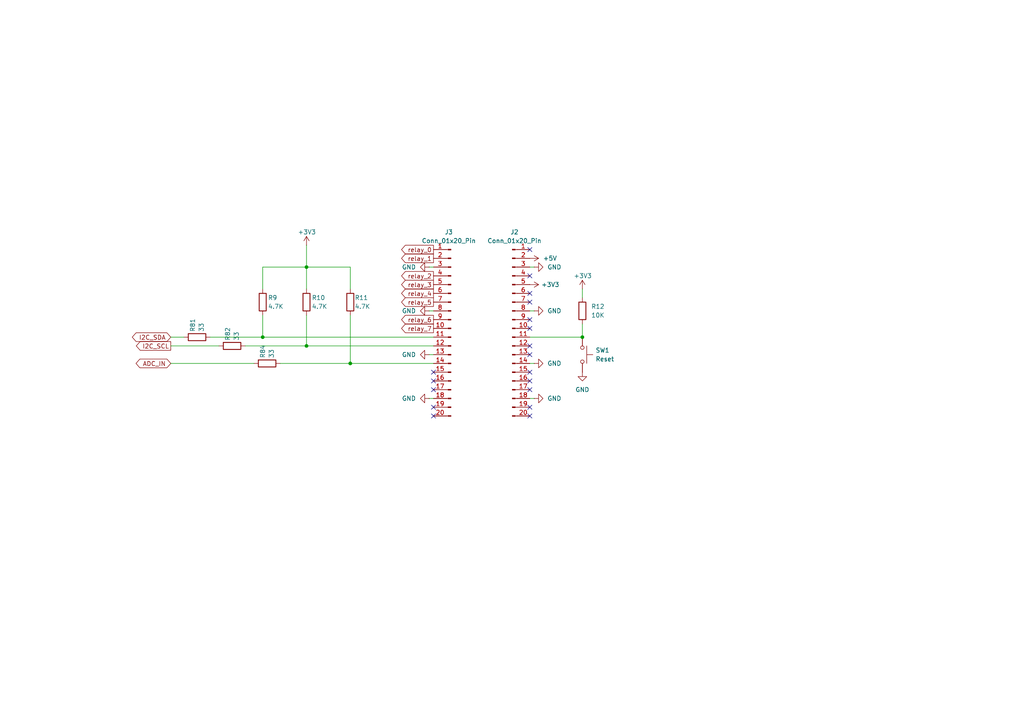
<source format=kicad_sch>
(kicad_sch (version 20250114) (generator "eeschema") (generator_version "9.0")
  (paper "A4")
  (lib_symbols
    (symbol "Connector:Conn_01x20_Pin" (pin_names (offset 1.016) (hide yes))
      (property "Reference" "J" (at 0 25.4 0))
      (property "Value" "Conn_01x20_Pin" (at 0 -27.94 0))
      (symbol "Conn_01x20_Pin_1_1"
        (rectangle (start 0.8636 22.987) (end 0 22.733) (stroke (width 0.1524)) (fill (type outline)))
        (rectangle (start 0.8636 20.447) (end 0 20.193) (stroke (width 0.1524)) (fill (type outline)))
        (rectangle (start 0.8636 17.907) (end 0 17.653) (stroke (width 0.1524)) (fill (type outline)))
        (rectangle (start 0.8636 15.367) (end 0 15.113) (stroke (width 0.1524)) (fill (type outline)))
        (rectangle (start 0.8636 12.827) (end 0 12.573) (stroke (width 0.1524)) (fill (type outline)))
        (rectangle (start 0.8636 10.287) (end 0 10.033) (stroke (width 0.1524)) (fill (type outline)))
        (rectangle (start 0.8636 7.747) (end 0 7.493) (stroke (width 0.1524)) (fill (type outline)))
        (rectangle (start 0.8636 5.207) (end 0 4.953) (stroke (width 0.1524)) (fill (type outline)))
        (rectangle (start 0.8636 2.667) (end 0 2.413) (stroke (width 0.1524)) (fill (type outline)))
        (rectangle (start 0.8636 0.127) (end 0 -0.127) (stroke (width 0.1524)) (fill (type outline)))
        (rectangle (start 0.8636 -2.413) (end 0 -2.667) (stroke (width 0.1524)) (fill (type outline)))
        (rectangle (start 0.8636 -4.953) (end 0 -5.207) (stroke (width 0.1524)) (fill (type outline)))
        (rectangle (start 0.8636 -7.493) (end 0 -7.747) (stroke (width 0.1524)) (fill (type outline)))
        (rectangle (start 0.8636 -10.033) (end 0 -10.287) (stroke (width 0.1524)) (fill (type outline)))
        (rectangle (start 0.8636 -12.573) (end 0 -12.827) (stroke (width 0.1524)) (fill (type outline)))
        (rectangle (start 0.8636 -15.113) (end 0 -15.367) (stroke (width 0.1524)) (fill (type outline)))
        (rectangle (start 0.8636 -17.653) (end 0 -17.907) (stroke (width 0.1524)) (fill (type outline)))
        (rectangle (start 0.8636 -20.193) (end 0 -20.447) (stroke (width 0.1524)) (fill (type outline)))
        (rectangle (start 0.8636 -22.733) (end 0 -22.987) (stroke (width 0.1524)) (fill (type outline)))
        (rectangle (start 0.8636 -25.273) (end 0 -25.527) (stroke (width 0.1524)) (fill (type outline)))
        (polyline (pts (xy 1.27 22.86) (xy 0.8636 22.86)) (stroke (width 0.1524)))
        (polyline (pts (xy 1.27 20.32) (xy 0.8636 20.32)) (stroke (width 0.1524)))
        (polyline (pts (xy 1.27 17.78) (xy 0.8636 17.78)) (stroke (width 0.1524)))
        (polyline (pts (xy 1.27 15.24) (xy 0.8636 15.24)) (stroke (width 0.1524)))
        (polyline (pts (xy 1.27 12.7) (xy 0.8636 12.7)) (stroke (width 0.1524)))
        (polyline (pts (xy 1.27 10.16) (xy 0.8636 10.16)) (stroke (width 0.1524)))
        (polyline (pts (xy 1.27 7.62) (xy 0.8636 7.62)) (stroke (width 0.1524)))
        (polyline (pts (xy 1.27 5.08) (xy 0.8636 5.08)) (stroke (width 0.1524)))
        (polyline (pts (xy 1.27 2.54) (xy 0.8636 2.54)) (stroke (width 0.1524)))
        (polyline (pts (xy 1.27 0) (xy 0.8636 0)) (stroke (width 0.1524)))
        (polyline (pts (xy 1.27 -2.54) (xy 0.8636 -2.54)) (stroke (width 0.1524)))
        (polyline (pts (xy 1.27 -5.08) (xy 0.8636 -5.08)) (stroke (width 0.1524)))
        (polyline (pts (xy 1.27 -7.62) (xy 0.8636 -7.62)) (stroke (width 0.1524)))
        (polyline (pts (xy 1.27 -10.16) (xy 0.8636 -10.16)) (stroke (width 0.1524)))
        (polyline (pts (xy 1.27 -12.7) (xy 0.8636 -12.7)) (stroke (width 0.1524)))
        (polyline (pts (xy 1.27 -15.24) (xy 0.8636 -15.24)) (stroke (width 0.1524)))
        (polyline (pts (xy 1.27 -17.78) (xy 0.8636 -17.78)) (stroke (width 0.1524)))
        (polyline (pts (xy 1.27 -20.32) (xy 0.8636 -20.32)) (stroke (width 0.1524)))
        (polyline (pts (xy 1.27 -22.86) (xy 0.8636 -22.86)) (stroke (width 0.1524)))
        (polyline (pts (xy 1.27 -25.4) (xy 0.8636 -25.4)) (stroke (width 0.1524)))
        (pin passive line (at 5.08 22.86 180) (length 3.81) (name "Pin_1") (number "1"))
        (pin passive line (at 5.08 20.32 180) (length 3.81) (name "Pin_2") (number "2"))
        (pin passive line (at 5.08 17.78 180) (length 3.81) (name "Pin_3") (number "3"))
        (pin passive line (at 5.08 15.24 180) (length 3.81) (name "Pin_4") (number "4"))
        (pin passive line (at 5.08 12.7 180) (length 3.81) (name "Pin_5") (number "5"))
        (pin passive line (at 5.08 10.16 180) (length 3.81) (name "Pin_6") (number "6"))
        (pin passive line (at 5.08 7.62 180) (length 3.81) (name "Pin_7") (number "7"))
        (pin passive line (at 5.08 5.08 180) (length 3.81) (name "Pin_8") (number "8"))
        (pin passive line (at 5.08 2.54 180) (length 3.81) (name "Pin_9") (number "9"))
        (pin passive line (at 5.08 0 180) (length 3.81) (name "Pin_10") (number "10"))
        (pin passive line (at 5.08 -2.54 180) (length 3.81) (name "Pin_11") (number "11"))
        (pin passive line (at 5.08 -5.08 180) (length 3.81) (name "Pin_12") (number "12"))
        (pin passive line (at 5.08 -7.62 180) (length 3.81) (name "Pin_13") (number "13"))
        (pin passive line (at 5.08 -10.16 180) (length 3.81) (name "Pin_14") (number "14"))
        (pin passive line (at 5.08 -12.7 180) (length 3.81) (name "Pin_15") (number "15"))
        (pin passive line (at 5.08 -15.24 180) (length 3.81) (name "Pin_16") (number "16"))
        (pin passive line (at 5.08 -17.78 180) (length 3.81) (name "Pin_17") (number "17"))
        (pin passive line (at 5.08 -20.32 180) (length 3.81) (name "Pin_18") (number "18"))
        (pin passive line (at 5.08 -22.86 180) (length 3.81) (name "Pin_19") (number "19"))
        (pin passive line (at 5.08 -25.4 180) (length 3.81) (name "Pin_20") (number "20"))
      )
    )
    (symbol "Device:R" (pin_numbers (hide yes)) (pin_names (offset 0))
      (property "Reference" "R" (at 2.032 0 90))
      (property "Value" "R" (at 0 0 90))
      (symbol "R_0_1"
        (rectangle (start -1.016 -2.54) (end 1.016 2.54) (stroke (width 0.254)))
      )
      (symbol "R_1_1"
        (pin passive line (at 0 3.81 270) (length 1.27) (name "~") (number "1"))
        (pin passive line (at 0 -3.81 90) (length 1.27) (name "~") (number "2"))
      )
    )
    (symbol "Switch:SW_Push" (pin_numbers (hide yes)) (pin_names (offset 1.016) (hide yes))
      (property "Reference" "SW" (at 1.27 2.54 0))
      (property "Value" "SW_Push" (at 0 -1.524 0))
      (symbol "SW_Push_0_1"
        (circle (center -2.032 0) (radius 0.508))
        (polyline (pts (xy 0 1.27) (xy 0 3.048)))
        (circle (center 2.032 0) (radius 0.508))
        (polyline (pts (xy 2.54 1.27) (xy -2.54 1.27)))
        (pin passive line (at -5.08 0 0) (length 2.54) (name "1") (number "1"))
        (pin passive line (at 5.08 0 180) (length 2.54) (name "2") (number "2"))
      )
    )
    (symbol "power:+5V" (power) (pin_numbers (hide yes)) (pin_names (offset 0) (hide yes))
      (property "Value" "+5V" (at 0 3.556 0))
      (symbol "+5V_0_1"
        (polyline (pts (xy -0.762 1.27) (xy 0 2.54)))
        (polyline (pts (xy 0 2.54) (xy 0.762 1.27)))
        (polyline (pts (xy 0 0) (xy 0 2.54)))
      )
      (symbol "+5V_1_1"
        (pin power_in line (at 0 0 90) (length 0) (name "~") (number "1"))
      )
    )
    (symbol "power:GND" (power) (pin_numbers (hide yes)) (pin_names (offset 0) (hide yes))
      (property "Value" "GND" (at 0 -3.81 0))
      (symbol "GND_0_1"
        (polyline (pts (xy 0 0) (xy 0 -1.27) (xy 1.27 -1.27) (xy 0 -2.54) (xy -1.27 -1.27) (xy 0 -1.27)))
      )
      (symbol "GND_1_1"
        (pin power_in line (at 0 0 270) (length 0) (name "~") (number "1"))
      )
    )
  )
  (junction (at 168.91 97.79))
  (junction (at 101.6 105.41))
  (junction (at 88.9 77.47))
  (junction (at 76.2 97.79))
  (junction (at 88.9 100.33))
  (no_connect (at 153.67 110.49))
  (no_connect (at 153.67 92.71))
  (no_connect (at 125.73 107.95))
  (no_connect (at 153.67 113.03))
  (no_connect (at 125.73 110.49))
  (no_connect (at 153.67 118.11))
  (no_connect (at 153.67 87.63))
  (no_connect (at 125.73 113.03))
  (no_connect (at 153.67 95.25))
  (no_connect (at 153.67 85.09))
  (no_connect (at 153.67 107.95))
  (no_connect (at 153.67 102.87))
  (no_connect (at 153.67 100.33))
  (no_connect (at 125.73 120.65))
  (no_connect (at 153.67 120.65))
  (no_connect (at 125.73 118.11))
  (no_connect (at 153.67 80.01))
  (no_connect (at 153.67 72.39))
  (wire (pts (xy 49.53 100.33) (xy 63.5 100.33)))
  (wire (pts (xy 168.91 93.98) (xy 168.91 97.79)))
  (wire (pts (xy 60.96 97.79) (xy 76.2 97.79)))
  (wire (pts (xy 88.9 77.47) (xy 101.6 77.47)))
  (wire (pts (xy 168.91 83.82) (xy 168.91 86.36)))
  (wire (pts (xy 124.46 115.57) (xy 125.73 115.57)))
  (wire (pts (xy 124.46 77.47) (xy 125.73 77.47)))
  (wire (pts (xy 76.2 77.47) (xy 88.9 77.47)))
  (wire (pts (xy 153.67 90.17) (xy 154.94 90.17)))
  (wire (pts (xy 88.9 77.47) (xy 88.9 83.82)))
  (wire (pts (xy 49.53 105.41) (xy 73.66 105.41)))
  (wire (pts (xy 101.6 105.41) (xy 125.73 105.41)))
  (wire (pts (xy 76.2 97.79) (xy 125.73 97.79)))
  (wire (pts (xy 124.46 102.87) (xy 125.73 102.87)))
  (wire (pts (xy 71.12 100.33) (xy 88.9 100.33)))
  (wire (pts (xy 153.67 77.47) (xy 154.94 77.47)))
  (wire (pts (xy 49.53 97.79) (xy 53.34 97.79)))
  (wire (pts (xy 88.9 100.33) (xy 125.73 100.33)))
  (wire (pts (xy 153.67 115.57) (xy 154.94 115.57)))
  (wire (pts (xy 101.6 83.82) (xy 101.6 77.47)))
  (wire (pts (xy 76.2 91.44) (xy 76.2 97.79)))
  (wire (pts (xy 88.9 91.44) (xy 88.9 100.33)))
  (wire (pts (xy 76.2 77.47) (xy 76.2 83.82)))
  (wire (pts (xy 81.28 105.41) (xy 101.6 105.41)))
  (wire (pts (xy 101.6 91.44) (xy 101.6 105.41)))
  (wire (pts (xy 153.67 97.79) (xy 168.91 97.79)))
  (wire (pts (xy 153.67 105.41) (xy 154.94 105.41)))
  (wire (pts (xy 88.9 71.12) (xy 88.9 77.47)))
  (wire (pts (xy 124.46 90.17) (xy 125.73 90.17)))
  (global_label "relay_1" (shape output) (at 125.73 74.93 180) (property "Intersheetrefs" "${INTERSHEET_REFS}" (effects (hide yes))))
  (global_label "relay_2" (shape output) (at 125.73 80.01 180) (property "Intersheetrefs" "${INTERSHEET_REFS}" (effects (hide yes))))
  (global_label "I2C_SCL" (shape output) (at 49.53 100.33 180) (property "Intersheetrefs" "${INTERSHEET_REFS}" (effects (hide yes))))
  (global_label "relay_7" (shape output) (at 125.73 95.25 180) (property "Intersheetrefs" "${INTERSHEET_REFS}" (effects (hide yes))))
  (global_label "ADC_IN" (shape bidirectional) (at 49.53 105.41 180) (property "Intersheetrefs" "${INTERSHEET_REFS}" (effects (hide yes))))
  (global_label "I2C_SDA" (shape bidirectional) (at 49.53 97.79 180) (property "Intersheetrefs" "${INTERSHEET_REFS}" (effects (hide yes))))
  (global_label "relay_6" (shape output) (at 125.73 92.71 180) (property "Intersheetrefs" "${INTERSHEET_REFS}" (effects (hide yes))))
  (global_label "relay_4" (shape output) (at 125.73 85.09 180) (property "Intersheetrefs" "${INTERSHEET_REFS}" (effects (hide yes))))
  (global_label "relay_5" (shape output) (at 125.73 87.63 180) (property "Intersheetrefs" "${INTERSHEET_REFS}" (effects (hide yes))))
  (global_label "relay_0" (shape output) (at 125.73 72.39 180) (property "Intersheetrefs" "${INTERSHEET_REFS}" (effects (hide yes))))
  (global_label "relay_3" (shape output) (at 125.73 82.55 180) (property "Intersheetrefs" "${INTERSHEET_REFS}" (effects (hide yes))))
  (symbol (lib_id "Device:R") (at 88.9 87.63 0) (unit 1) (exclude_from_sim yes)
    (property "Reference" "R85" (at 90.424 86.36 0) (effects (justify left)))
    (property "Value" "4.7K" (at 90.424 88.9 0) (effects (justify left)))
    (property "Footprint" "Resistor_SMD:R_0603_1608Metric" (effects (hide yes)))
    (property "Description" "Resistor" (effects (hide yes)))
    (instances (project "leakCurrent_v2_0" (path "" (reference "R10") (unit 1))) (project "" (path "" (reference "R85") (unit 1))))
  )
  (symbol (lib_id "Connector:Conn_01x20_Pin") (at 148.59 95.25 0) (unit 1) (exclude_from_sim yes) (in_bom no)
    (property "Reference" "J11" (at 149.225 67.31 0))
    (property "Value" "Conn_01x20_Pin" (at 149.225 69.85 0))
    (property "Footprint" "Connector_PinHeader_2.54mm:PinHeader_1x20_P2.54mm_Vertical" (effects (hide yes)))
    (property "Description" "Generic connector, single row, 01x20, script generated" (effects (hide yes)))
    (instances (project "leakCurrent_v2_0" (path "" (reference "J2") (unit 1))) (project "" (path "" (reference "J11") (unit 1))))
  )
  (symbol (lib_id "Device:R") (at 76.2 87.63 0) (unit 1) (exclude_from_sim yes)
    (property "Reference" "R83" (at 77.724 86.36 0) (effects (justify left)))
    (property "Value" "4.7K" (at 77.724 88.9 0) (effects (justify left)))
    (property "Footprint" "Resistor_SMD:R_0603_1608Metric" (effects (hide yes)))
    (property "Description" "Resistor" (effects (hide yes)))
    (instances (project "" (path "" (reference "R9") (unit 1))) (project "" (path "" (reference "R83") (unit 1))))
  )
  (symbol (lib_id "power:+5V") (at 153.67 82.55 270) (unit 1)
    (property "Reference" "#PWR0218" (effects (hide yes)))
    (property "Value" "+3V3" (at 156.972 82.55 90) (effects (justify left)))
    (property "Description" "Power symbol creates a global label with name \"+5V\"" (effects (hide yes)))
  )
  (symbol (lib_id "power:GND") (at 124.46 115.57 270) (unit 1) (exclude_from_sim yes)
    (property "Reference" "#PWR0216" (effects (hide yes)))
    (property "Value" "GND" (at 120.65 115.5699 90) (effects (justify right)))
    (property "Description" "Power symbol creates a global label with name \"GND\" , ground" (effects (hide yes)))
  )
  (symbol (lib_id "power:GND") (at 154.94 115.57 90) (unit 1) (exclude_from_sim yes)
    (property "Reference" "#PWR0222" (effects (hide yes)))
    (property "Value" "GND" (at 158.75 115.5699 90) (effects (justify right)))
    (property "Description" "Power symbol creates a global label with name \"GND\" , ground" (effects (hide yes)))
  )
  (symbol (lib_id "power:GND") (at 124.46 77.47 270) (unit 1) (exclude_from_sim yes)
    (property "Reference" "#PWR0213" (effects (hide yes)))
    (property "Value" "GND" (at 120.65 77.4699 90) (effects (justify right)))
    (property "Description" "Power symbol creates a global label with name \"GND\" , ground" (effects (hide yes)))
  )
  (symbol (lib_id "power:GND") (at 154.94 77.47 90) (unit 1) (exclude_from_sim yes)
    (property "Reference" "#PWR0219" (effects (hide yes)))
    (property "Value" "GND" (at 158.75 77.4699 90) (effects (justify right)))
    (property "Description" "Power symbol creates a global label with name \"GND\" , ground" (effects (hide yes)))
  )
  (symbol (lib_id "power:GND") (at 168.91 107.95 0) (unit 1) (exclude_from_sim yes)
    (property "Reference" "#PWR0224" (effects (hide yes)))
    (property "Value" "GND" (at 168.91 113.03 0))
    (property "Description" "Power symbol creates a global label with name \"GND\" , ground" (effects (hide yes)))
    (instances (project "" (path "" (reference "#PWR95") (unit 1))) (project "" (path "" (reference "#PWR0224") (unit 1))))
  )
  (symbol (lib_id "power:+5V") (at 168.91 83.82 0) (unit 1)
    (property "Reference" "#PWR0223" (effects (hide yes)))
    (property "Value" "+3V3" (at 166.37 80.01 0) (effects (justify left)))
    (property "Description" "Power symbol creates a global label with name \"+5V\"" (effects (hide yes)))
  )
  (symbol (lib_id "power:+5V") (at 88.9 71.12 0) (unit 1)
    (property "Reference" "#PWR0212" (effects (hide yes)))
    (property "Value" "+3V3" (at 86.36 67.31 0) (effects (justify left)))
    (property "Description" "Power symbol creates a global label with name \"+5V\"" (effects (hide yes)))
  )
  (symbol (lib_id "Switch:SW_Push") (at 168.91 102.87 270) (unit 1) (exclude_from_sim yes)
    (property "Reference" "SW1" (at 172.72 101.5999 90) (effects (justify left)))
    (property "Value" "Reset" (at 172.72 104.1399 90) (effects (justify left)))
    (property "Footprint" "Button_Switch_THT:SW_PUSH_6mm" (effects (hide yes)))
    (property "Description" "Push button switch, generic, two pins" (effects (hide yes)))
  )
  (symbol (lib_id "Device:R") (at 77.47 105.41 90) (unit 1) (exclude_from_sim yes)
    (property "Reference" "R84" (at 76.2 103.886 0) (effects (justify left)))
    (property "Value" "33" (at 78.74 103.886 0) (effects (justify left)))
    (property "Footprint" "Resistor_SMD:R_0603_1608Metric" (effects (hide yes)))
    (property "Description" "Resistor" (effects (hide yes)))
  )
  (symbol (lib_id "power:GND") (at 154.94 90.17 90) (unit 1) (exclude_from_sim yes)
    (property "Reference" "#PWR0220" (effects (hide yes)))
    (property "Value" "GND" (at 158.75 90.1699 90) (effects (justify right)))
    (property "Description" "Power symbol creates a global label with name \"GND\" , ground" (effects (hide yes)))
  )
  (symbol (lib_id "Device:R") (at 67.31 100.33 90) (unit 1) (exclude_from_sim yes)
    (property "Reference" "R82" (at 66.04 98.806 0) (effects (justify left)))
    (property "Value" "33" (at 68.58 98.806 0) (effects (justify left)))
    (property "Footprint" "Resistor_SMD:R_0603_1608Metric" (effects (hide yes)))
    (property "Description" "Resistor" (effects (hide yes)))
  )
  (symbol (lib_id "power:GND") (at 124.46 90.17 270) (unit 1) (exclude_from_sim yes)
    (property "Reference" "#PWR0214" (effects (hide yes)))
    (property "Value" "GND" (at 120.65 90.1699 90) (effects (justify right)))
    (property "Description" "Power symbol creates a global label with name \"GND\" , ground" (effects (hide yes)))
  )
  (symbol (lib_id "power:+5V") (at 153.67 74.93 270) (unit 1) (exclude_from_sim yes)
    (property "Reference" "#PWR0217" (effects (hide yes)))
    (property "Value" "+5V" (at 157.48 74.9299 90) (effects (justify left)))
    (property "Description" "Power symbol creates a global label with name \"+5V\"" (effects (hide yes)))
    (instances (project "leakCurrent_v2_0" (path "" (reference "#PWR94") (unit 1))) (project "" (path "" (reference "#PWR0217") (unit 1))))
  )
  (symbol (lib_id "Device:R") (at 57.15 97.79 90) (unit 1) (exclude_from_sim yes)
    (property "Reference" "R81" (at 55.88 96.266 0) (effects (justify left)))
    (property "Value" "33" (at 58.42 96.266 0) (effects (justify left)))
    (property "Footprint" "Resistor_SMD:R_0603_1608Metric" (effects (hide yes)))
    (property "Description" "Resistor" (effects (hide yes)))
  )
  (symbol (lib_id "Connector:Conn_01x20_Pin") (at 130.81 95.25 0) (mirror y) (unit 1) (exclude_from_sim yes) (in_bom no)
    (property "Reference" "J10" (at 130.175 67.31 0))
    (property "Value" "Conn_01x20_Pin" (at 130.175 69.85 0))
    (property "Footprint" "Connector_PinHeader_2.54mm:PinHeader_1x20_P2.54mm_Vertical" (effects (hide yes)))
    (property "Description" "Generic connector, single row, 01x20, script generated" (effects (hide yes)))
    (instances (project "" (path "" (reference "J3") (unit 1))) (project "" (path "" (reference "J10") (unit 1))))
  )
  (symbol (lib_id "power:GND") (at 124.46 102.87 270) (unit 1) (exclude_from_sim yes)
    (property "Reference" "#PWR0215" (effects (hide yes)))
    (property "Value" "GND" (at 120.65 102.8699 90) (effects (justify right)))
    (property "Description" "Power symbol creates a global label with name \"GND\" , ground" (effects (hide yes)))
  )
  (symbol (lib_id "Device:R") (at 101.6 87.63 0) (unit 1) (exclude_from_sim yes)
    (property "Reference" "R86" (at 102.87 86.36 0) (effects (justify left)))
    (property "Value" "4.7K" (at 102.87 88.9 0) (effects (justify left)))
    (property "Footprint" "Resistor_SMD:R_0603_1608Metric" (effects (hide yes)))
    (property "Description" "Resistor" (effects (hide yes)))
    (instances (project "leakCurrent_v2_0" (path "" (reference "R11") (unit 1))) (project "" (path "" (reference "R86") (unit 1))))
  )
  (symbol (lib_id "Device:R") (at 168.91 90.17 0) (unit 1) (exclude_from_sim yes)
    (property "Reference" "R87" (at 171.45 88.8999 0) (effects (justify left)))
    (property "Value" "10K" (at 171.45 91.4399 0) (effects (justify left)))
    (property "Footprint" "Resistor_SMD:R_0603_1608Metric" (effects (hide yes)))
    (property "Description" "Resistor" (effects (hide yes)))
    (instances (project "leakCurrent_v2_0" (path "" (reference "R12") (unit 1))) (project "" (path "" (reference "R87") (unit 1))))
  )
  (symbol (lib_id "power:GND") (at 154.94 105.41 90) (unit 1) (exclude_from_sim yes)
    (property "Reference" "#PWR0221" (effects (hide yes)))
    (property "Value" "GND" (at 158.75 105.4099 90) (effects (justify right)))
    (property "Description" "Power symbol creates a global label with name \"GND\" , ground" (effects (hide yes)))
  )
)
</source>
